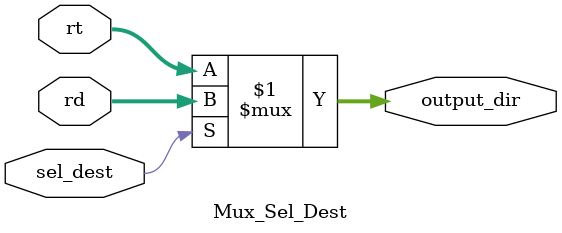
<source format=v>
`timescale 1ns / 1ps
module Mux_Sel_Dest(
    input [4:0] rt,
    input [4:0] rd,
    input sel_dest,
    output [4:0] output_dir
    );

	assign output_dir = (sel_dest) ? rd : rt;

endmodule

</source>
